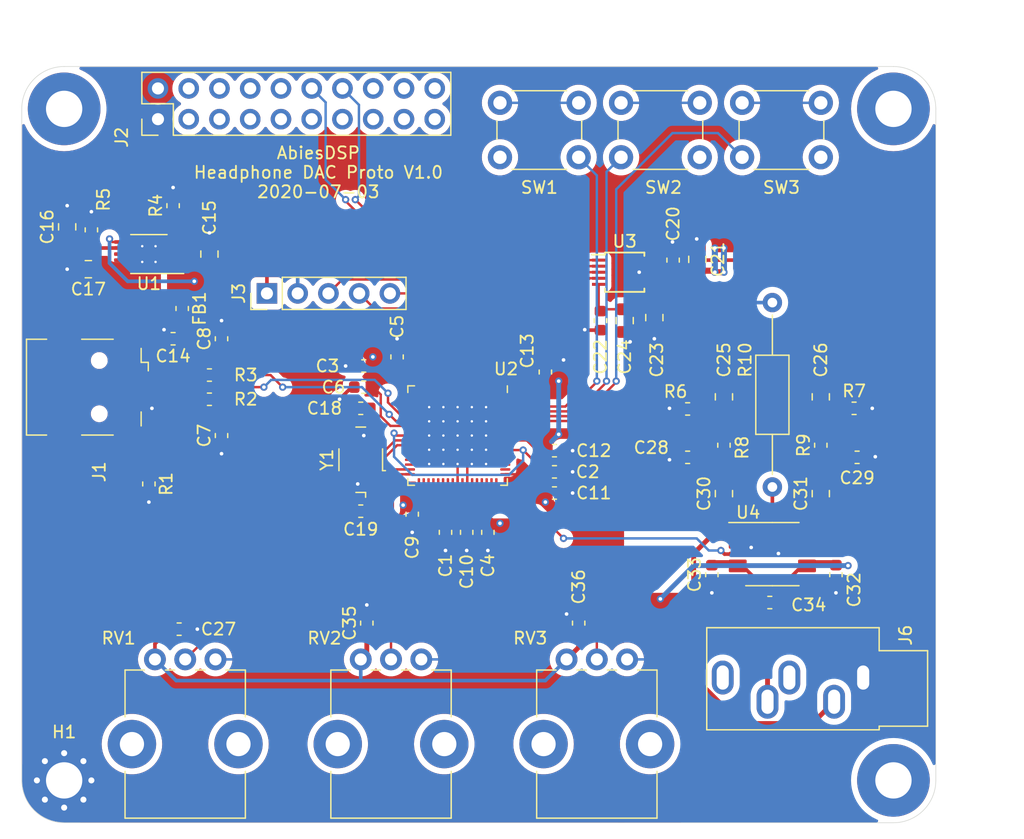
<source format=kicad_pcb>
(kicad_pcb (version 20221018) (generator pcbnew)
  (layers (0 "F.Cu" mixed) (31 "B.Cu" mixed) (35 "F.Paste" user) (37 "F.SilkS" user "F.Silkscreen") (38 "B.Mask" user) (39 "F.Mask" user) (44 "Edge.Cuts" user))
  (net 0 "")
  (net 1 "GND")
  (net 2 "/vcca")
  (net 3 "/vccd")
  (net 4 "+3V3")
  (net 5 "/usb_d+")
  (net 6 "/usb_d-")
  (net 7 "/usb_vbus")
  (net 8 "+5V")
  (net 9 "Net-(C16-Pad1)")
  (net 10 "/xo")
  (net 11 "/xi")
  (net 12 "Net-(C22-Pad1)")
  (net 13 "Net-(C23-Pad2)")
  (net 14 "Net-(C25-Pad2)")
  (net 15 "Net-(C25-Pad1)")
  (net 16 "Net-(C26-Pad2)")
  (net 17 "Net-(C26-Pad1)")
  (net 18 "/dac_l")
  (net 19 "/dac_r")
  (net 20 "Net-(C30-Pad1)")
  (net 21 "Net-(C31-Pad1)")
  (net 22 "Net-(C33-Pad2)")
  (net 23 "Net-(C34-Pad2)")
  (net 24 "Net-(C34-Pad1)")
  (net 25 "Net-(J1-Pad4)")
  (net 26 "Net-(J1-Pad3)")
  (net 27 "Net-(J1-Pad2)")
  (net 28 "Net-(J1-Pad6)")
  (net 29 "Net-(J2-Pad20)")
  (net 30 "Net-(J2-Pad19)")
  (net 31 "Net-(J2-Pad18)")
  (net 32 "Net-(J2-Pad17)")
  (net 33 "/bt_gp5")
  (net 34 "/bt_gp4")
  (net 35 "/bt_tx")
  (net 36 "/bt_cts")
  (net 37 "/bt_rx")
  (net 38 "/bt_rts")
  (net 39 "/bt_gp3")
  (net 40 "Net-(J2-Pad9)")
  (net 41 "/bt_gp2")
  (net 42 "/bt_rst")
  (net 43 "Net-(J2-Pad6)")
  (net 44 "/bt_gp7")
  (net 45 "Net-(J2-Pad4)")
  (net 46 "/bt_gp6")
  (net 47 "/xres")
  (net 48 "/i2s_mck")
  (net 49 "/i2s_lrck")
  (net 50 "/i2s_sck")
  (net 51 "Net-(J6-PadR)")
  (net 52 "Net-(J6-PadT)")
  (net 53 "Net-(R4-Pad1)")
  (net 54 "Net-(R10-Pad1)")
  (net 55 "/a0")
  (net 56 "/a1")
  (net 57 "/a2")
  (net 58 "Net-(U1-Pad4)")
  (net 59 "Net-(U2-Pad60)")
  (net 60 "Net-(U2-Pad56)")
  (net 61 "Net-(U2-Pad55)")
  (net 62 "Net-(U2-Pad54)")
  (net 63 "/i2s_sdo")
  (net 64 "/~{mute}")
  (net 65 "Net-(U2-Pad46)")
  (net 66 "Net-(U2-Pad41)")
  (net 67 "Net-(U2-Pad40)")
  (net 68 "Net-(U2-Pad39)")
  (net 69 "Net-(U2-Pad38)")
  (net 70 "Net-(U2-Pad32)")
  (net 71 "Net-(U2-Pad31)")
  (net 72 "Net-(U2-Pad30)")
  (net 73 "Net-(U2-Pad29)")
  (net 74 "Net-(U2-Pad21)")
  (net 75 "Net-(U2-Pad20)")
  (net 76 "Net-(U2-Pad19)")
  (net 77 "Net-(U2-Pad18)")
  (net 78 "Net-(U2-Pad16)")
  (net 79 "Net-(U2-Pad13)")
  (net 80 "Net-(U2-Pad6)")
  (net 81 "Net-(U4-Pad7)")
  (net 82 "Net-(H2-Pad1)")
  (net 83 "Net-(H3-Pad1)")
  (net 84 "Net-(H4-Pad1)")
  (net 85 "/sw1")
  (net 86 "/sw2")
  (net 87 "/sw3")
  (net 88 "Net-(U2-Pad53)")
  (net 89 "Net-(U2-Pad51)")
  (net 90 "Net-(U2-Pad50)")
  (net 91 "Net-(U2-Pad49)")
  (net 92 "Net-(U2-Pad48)")
  (net 93 "Net-(U4-Pad8)")
  (net 94 "/as")
  (net 95 "Net-(U2-Pad62)")
  (net 96 "Net-(U2-Pad61)")
  (net 97 "/swdio")
  (net 98 "/swdck")
  (net 99 "Net-(U2-Pad15)")
  (net 100 "Net-(U2-Pad14)")
  (footprint "Potentiometer_THT:Potentiometer_Bourns_PTV09A-1_Single_Vertical" (layer "F.Cu") (at 133.5 141.5 -90)
    (fp_text reference "RV3")
    (fp_text value "100k")
  )
  (footprint "Capacitor_SMD:C_0603_1608Metric" (layer "F.Cu") (at 123.5 131 -90)
    (fp_text reference "C1")
    (fp_text value "1uF")
  )
  (footprint "Capacitor_SMD:C_0603_1608Metric" (layer "F.Cu") (at 132.5 126)
    (fp_text reference "C2")
    (fp_text value "1uF")
  )
  (footprint "Capacitor_SMD:C_0603_1608Metric" (layer "F.Cu") (at 116.75 117.25 180)
    (fp_text reference "C3")
    (fp_text value "1uF")
  )
  (footprint "Capacitor_SMD:C_0603_1608Metric" (layer "F.Cu") (at 127 131 -90)
    (fp_text reference "C4")
    (fp_text value "1uF")
  )
  (footprint "Capacitor_SMD:C_0603_1608Metric" (layer "F.Cu") (at 119.5 116.5 90)
    (fp_text reference "C5")
    (fp_text value "0.1uF")
  )
  (footprint "Capacitor_SMD:C_0603_1608Metric" (layer "F.Cu") (at 116.75 119 180)
    (fp_text reference "C6")
    (fp_text value "0.1uF")
  )
  (footprint "Capacitor_SMD:C_0603_1608Metric" (layer "F.Cu") (at 105 115 90)
    (fp_text reference "C8")
    (fp_text value "15pF")
  )
  (footprint "Capacitor_SMD:C_0603_1608Metric" (layer "F.Cu") (at 120.75 129.5 -90)
    (fp_text reference "C9")
    (fp_text value "0.1uF")
  )
  (footprint "Capacitor_SMD:C_0603_1608Metric" (layer "F.Cu") (at 125.25 131 -90)
    (fp_text reference "C10")
    (fp_text value "0.1uF")
  )
  (footprint "Capacitor_SMD:C_0603_1608Metric" (layer "F.Cu") (at 132.5 127.75)
    (fp_text reference "C11")
    (fp_text value "0.1uF")
  )
  (footprint "Capacitor_SMD:C_0603_1608Metric" (layer "F.Cu") (at 132.5 124.25)
    (fp_text reference "C12")
    (fp_text value "0.1uF")
  )
  (footprint "Capacitor_SMD:C_0603_1608Metric" (layer "F.Cu") (at 101 115 180)
    (fp_text reference "C14")
    (fp_text value "0.1uF")
  )
  (footprint "Capacitor_SMD:C_0805_2012Metric" (layer "F.Cu") (at 104 108 90)
    (fp_text reference "C15")
    (fp_text value "4.7uF")
  )
  (footprint "Capacitor_SMD:C_0805_2012Metric" (layer "F.Cu") (at 92.25 105.75 90)
    (fp_text reference "C16")
    (fp_text value "4.7uF")
  )
  (footprint "Capacitor_SMD:C_0805_2012Metric" (layer "F.Cu") (at 94 109.25 180)
    (fp_text reference "C17")
    (fp_text value "4.7uF")
  )
  (footprint "Capacitor_SMD:C_0603_1608Metric" (layer "F.Cu") (at 116.5 120.75)
    (fp_text reference "C18")
    (fp_text value "15pF")
  )
  (footprint "Capacitor_SMD:C_0603_1608Metric" (layer "F.Cu") (at 116.5 129.25 180)
    (fp_text reference "C19")
    (fp_text value "15pF")
  )
  (footprint "Capacitor_SMD:C_0603_1608Metric" (layer "F.Cu") (at 142.3 108.5 90)
    (fp_text reference "C20")
    (fp_text value "0.1uF")
  )
  (footprint "Capacitor_SMD:C_0805_2012Metric" (layer "F.Cu") (at 144.3 108.4375 90)
    (fp_text reference "C21")
    (fp_text value "4.7uF")
  )
  (footprint "Capacitor_SMD:C_0603_1608Metric" (layer "F.Cu") (at 136.3 113.5 -90)
    (fp_text reference "C22")
    (fp_text value "0.1uF")
  )
  (footprint "Capacitor_SMD:C_0805_2012Metric" (layer "F.Cu") (at 140.75 113.25 90)
    (fp_text reference "C23")
    (fp_text value "10uF")
  )
  (footprint "Capacitor_SMD:C_0805_2012Metric" (layer "F.Cu") (at 138.3 113.5 -90)
    (fp_text reference "C24")
    (fp_text value "3.3uF")
  )
  (footprint "Capacitor_SMD:C_0805_2012Metric" (layer "F.Cu") (at 146.5 119.8 90)
    (fp_text reference "C25")
    (fp_text value "3.3uF")
  )
  (footprint "Capacitor_SMD:C_0805_2012Metric" (layer "F.Cu") (at 154.5 119.8 90)
    (fp_text reference "C26")
    (fp_text value "3.3uF")
  )
  (footprint "Capacitor_SMD:C_0603_1608Metric" (layer "F.Cu") (at 101.5 139)
    (fp_text reference "C27")
    (fp_text value "1uF")
  )
  (footprint "Capacitor_SMD:C_0603_1608Metric" (layer "F.Cu") (at 143.5 124.8)
    (fp_text reference "C28")
    (fp_text value "2.7nF")
  )
  (footprint "Capacitor_SMD:C_0805_2012Metric" (layer "F.Cu") (at 146.5 127.8 90)
    (fp_text reference "C30")
    (fp_text value "3.3uF")
  )
  (footprint "Capacitor_SMD:C_0805_2012Metric" (layer "F.Cu") (at 154.5 127.8 90)
    (fp_text reference "C31")
    (fp_text value "3.3uF")
  )
  (footprint "Capacitor_SMD:C_0603_1608Metric" (layer "F.Cu") (at 155.75 134.5 90)
    (fp_text reference "C32")
    (fp_text value "1uF")
  )
  (footprint "Capacitor_SMD:C_0603_1608Metric" (layer "F.Cu") (at 145.5 134.5 90)
    (fp_text reference "C33")
    (fp_text value "1uF")
  )
  (footprint "Capacitor_SMD:C_0603_1608Metric" (layer "F.Cu") (at 150.2875 136.8 180)
    (fp_text reference "C34")
    (fp_text value "1uF")
  )
  (footprint "Inductor_SMD:L_0603_1608Metric" (layer "F.Cu") (at 101.75 112.5 -90)
    (fp_text reference "FB1")
    (fp_text value "~")
  )
  (footprint "Connector_USB:USB_Mini-B_Wuerth_65100516121_Horizontal" (layer "F.Cu") (at 94.9 119 -90)
    (fp_text reference "J1")
    (fp_text value "USB_B_Mini")
  )
  (footprint "Connector_Audio:Jack_3.5mm_CUI_SJ1-3535NG_Horizontal" (layer "F.Cu") (at 158 143 -90)
    (fp_text reference "J6")
    (fp_text value "Headphones")
  )
  (footprint "Resistor_SMD:R_0603_1608Metric" (layer "F.Cu") (at 99 127 -90)
    (fp_text reference "R1")
    (fp_text value "R")
  )
  (footprint "Resistor_SMD:R_0603_1608Metric" (layer "F.Cu") (at 104 120 180)
    (fp_text reference "R2")
    (fp_text value "27")
  )
  (footprint "Resistor_SMD:R_0603_1608Metric" (layer "F.Cu") (at 104 118 180)
    (fp_text reference "R3")
    (fp_text value "27")
  )
  (footprint "Resistor_SMD:R_0603_1608Metric" (layer "F.Cu") (at 101 104 90)
    (fp_text reference "R4")
    (fp_text value "1k")
  )
  (footprint "Resistor_SMD:R_0603_1608Metric" (layer "F.Cu") (at 94.25 106 90)
    (fp_text reference "R5")
    (fp_text value "33.2k")
  )
  (footprint "Resistor_SMD:R_0603_1608Metric" (layer "F.Cu") (at 143.5 120.8)
    (fp_text reference "R6")
    (fp_text value "10k")
  )
  (footprint "Resistor_SMD:R_0603_1608Metric" (layer "F.Cu") (at 157.25 120.75)
    (fp_text reference "R7")
    (fp_text value "10k")
  )
  (footprint "Resistor_SMD:R_0603_1608Metric" (layer "F.Cu") (at 146.5 123.8 90)
    (fp_text reference "R8")
    (fp_text value "470")
  )
  (footprint "Resistor_SMD:R_0603_1608Metric" (layer "F.Cu") (at 154.5 123.8 90)
    (fp_text reference "R9")
    (fp_text value "470")
  )
  (footprint "Resistor_THT:R_Axial_DIN0207_L6.3mm_D2.5mm_P15.24mm_Horizontal" (layer "F.Cu") (at 150.5 127.25 90)
    (fp_text reference "R10")
    (fp_text value "82k")
  )
  (footprint "Potentiometer_THT:Potentiometer_Bourns_PTV09A-1_Single_Vertical" (layer "F.Cu") (at 99.5 141.5 -90)
    (fp_text reference "RV1")
    (fp_text value "100k")
  )
  (footprint "Potentiometer_THT:Potentiometer_Bourns_PTV09A-1_Single_Vertical" (layer "F.Cu") (at 116.5 141.5 -90)
    (fp_text reference "RV2")
    (fp_text value "100k")
  )
  (footprint "Button_Switch_THT:SW_PUSH_6mm_H13mm" (layer "F.Cu") (at 134.5 100 180)
    (fp_text reference "SW1")
    (fp_text value "~")
  )
  (footprint "Button_Switch_THT:SW_PUSH_6mm_H13mm" (layer "F.Cu") (at 138 95.5)
    (fp_text reference "SW2")
    (fp_text value "~")
  )
  (footprint "Package_SO:MSOP-10-1EP_3x3mm_P0.5mm_EP1.68x1.88mm_ThermalVias" (layer "F.Cu") (at 99 108 180)
    (fp_text reference "U1")
    (fp_text value "LT3042xMSE")
  )
  (footprint "Package_DFN_QFN:QFN-68-1EP_8x8mm_P0.4mm_EP5.2x5.2mm_ThermalVias" (layer "F.Cu") (at 124.5 123 -90)
    (fp_text reference "U2")
    (fp_text value "CY8C5888LTI-LP097")
  )
  (footprint "Package_SO:TSSOP-10_3x3mm_P0.5mm" (layer "F.Cu") (at 138.3 109.5)
    (fp_text reference "U3")
    (fp_text value "CS4344")
  )
  (footprint "Package_SO:TSSOP-14_4.4x5mm_P0.65mm" (layer "F.Cu") (at 150.5 132.8)
    (fp_text reference "U4")
    (fp_text value "TPA6139A2")
  )
  (footprint "Button_Switch_THT:SW_PUSH_6mm_H13mm" (layer "F.Cu") (at 154.5 100 180)
    (fp_text reference "SW3")
    (fp_text value "~")
  )
  (footprint "Capacitor_SMD:C_0603_1608Metric" (layer "F.Cu") (at 117 138.5 90)
    (fp_text reference "C35")
    (fp_text value "1uF")
  )
  (footprint "Capacitor_SMD:C_0603_1608Metric" (layer "F.Cu") (at 134.5 138.5 90)
    (fp_text reference "C36")
    (fp_text value "1uF")
  )
  (footprint "Crystal:Crystal_SMD_Abracon_ABM3B-4Pin_5.0x3.2mm" (layer "F.Cu") (at 116.5 125 90)
    (fp_text reference "Y1")
    (fp_text value "12.288MHz")
  )
  (footprint "MountingHole:MountingHole_3mm_Pad" (layer "F.Cu") (at 92 96)
    (fp_text reference "H2" hide)
    (fp_text value "~")
  )
  (footprint "MountingHole:MountingHole_3mm_Pad" (layer "F.Cu") (at 160.5 96)
    (fp_text reference "H3" hide)
    (fp_text value "~")
  )
  (footprint "MountingHole:MountingHole_3mm_Pad" (layer "F.Cu") (at 160.5 151.5)
    (fp_text reference "H4" hide)
    (fp_text value "~")
  )
  (footprint "MountingHole:MountingHole_3mm_Pad_Via" (layer "F.Cu") (at 92 151.5)
    (fp_text reference "H1")
    (fp_text value "~")
  )
  (footprint "Capacitor_SMD:C_0603_1608Metric" (layer "F.Cu") (at 105 123 90)
    (fp_text reference "C7")
    (fp_text value "15pF")
  )
  (footprint "Capacitor_SMD:C_0603_1608Metric" (layer "F.Cu") (at 131.75 117.75 90)
    (fp_text reference "C13")
    (fp_text value "0.1uF")
  )
  (footprint "Capacitor_SMD:C_0603_1608Metric" (layer "F.Cu") (at 157.5 124.8)
    (fp_text reference "C29")
    (fp_text value "2.7nF")
  )
  (footprint "Connector_PinHeader_2.54mm:PinHeader_2x10_P2.54mm_Vertical" (layer "F.Cu") (at 99.75 96.85 90)
    (fp_text reference "J2")
    (fp_text value "Bluetooth")
  )
  (footprint "Connector_PinHeader_2.54mm:PinHeader_1x05_P2.54mm_Vertical" (layer "F.Cu") (at 108.75 111.25 90)
    (fp_text reference "J3")
    (fp_text value "Conn_01x05_Male")
  )
  (footprint "Fiducial:Fiducial_0.5mm_Mask1.5mm" (layer "F.Cu") (at 93 139.75)
    (fp_text reference "FID1" hide)
    (fp_text value "~")
  )
  (footprint "Fiducial:Fiducial_0.5mm_Mask1.5mm" (layer "F.Cu") (at 159 131.5)
    (fp_text reference "FID2" hide)
    (fp_text value "~")
  )
  (footprint "Fiducial:Fiducial_0.5mm_Mask1.5mm" (layer "F.Cu") (at 127.5 102.75)
    (fp_text reference "FID3" hide)
    (fp_text value "~")
  )
  (gr_line (start 88.5 151.5) (end 88.5 96) (stroke (width 0.05)) (layer "Edge.Cuts"))
  (gr_arc (start 164 151.5) (mid 162.974874 153.974874) (end 160.5 155) (stroke (width 0.05)) (layer "Edge.Cuts"))
  (gr_line (start 92 92.5) (end 160.5 92.5) (stroke (width 0.05)) (layer "Edge.Cuts"))
  (gr_line (start 160.5 155) (end 92 155) (stroke (width 0.05)) (layer "Edge.Cuts"))
  (gr_arc (start 88.5 96) (mid 89.525126 93.525126) (end 92 92.5) (stroke (width 0.05)) (layer "Edge.Cuts"))
  (gr_arc (start 160.5 92.5) (mid 162.974874 93.525126) (end 164 96) (stroke (width 0.05)) (layer "Edge.Cuts"))
  (gr_arc (start 92 155) (mid 89.525126 153.974874) (end 88.5 151.5) (stroke (width 0.05)) (layer "Edge.Cuts"))
  (gr_line (start 164 96) (end 164 151.5) (stroke (width 0.05)) (layer "Edge.Cuts"))
  (gr_text "AbiesDSP\nHeadphone DAC Proto V1.0\n2020-07-03" (at 113 101.25) (layer "F.SilkS") (effects (font (size 1 1))))
  (segment (start 153.3625 132.8) (end 151.05 132.8) (width 0.3) (layer "F.Cu") (net 1))
  (segment (start 96.85 108) (end 99 108) (width 0.3) (layer "F.Cu") (net 1))
  (segment (start 147.6375 132.15) (end 148.65 132.15) (width 0.3) (layer "F.Cu") (net 1))
  (segment (start 115.7125 129.25) (end 115.7125 127.4125) (width 0.2) (layer "F.Cu") (net 1))
  (segment (start 131.75 116.9625) (end 133.0375 116.9625) (width 0.3) (layer "F.Cu") (net 1))
  (segment (start 158.2875 124.8) (end 158.95 124.8) (width 0.3) (layer "F.Cu") (net 1))
  (segment (start 158.95 124.8) (end 159 124.75) (width 0.3) (layer "F.Cu") (net 1))
  (segment (start 142.3 107.7125) (end 142.3 107.05) (width 0.3) (layer "F.Cu") (net 1))
  (segment (start 145.5 135.2875) (end 145.5 136) (width 0.3) (layer "F.Cu") (net 1))
  (segment (start 99.1 120.6) (end 99.25 120.75) (width 0.3) (layer "F.Cu") (net 1))
  (segment (start 136.3 114.2875) (end 135.0375 114.2875) (width 0.3) (layer "F.Cu") (net 1))
  (segment (start 140.75 114.1875) (end 140.75 115) (width 0.3) (layer "F.Cu") (net 1))
  (segment (start 133.2875 124.25) (end 134 124.25) (width 0.3) (layer "F.Cu") (net 1))
  (segment (start 120.75 130.2875) (end 120.75 131) (width 0.3) (layer "F.Cu") (net 1))
  (segment (start 117.2875 120.75) (end 117.2875 122.5875) (width 0.2) (layer "F.Cu") (net 1))
  (segment (start 136.3 114.2875) (end 136.1125 114.2875) (width 0.3) (layer "F.Cu") (net 1))
  (segment (start 101 103.2125) (end 101 102.5) (width 0.3) (layer "F.Cu") (net 1))
  (segment (start 138.3 114.4375) (end 138.3 114.8) (width 0.3) (layer "F.Cu") (net 1))
  (segment (start 138.3 114.8) (end 138.75 115.25) (width 0.3) (layer "F.Cu") (net 1))
  (segment (start 125.25 131.7875) (end 125.25 132.5) (width 0.3) (layer "F.Cu") (net 1))
  (segment (start 133.5375 137.7125) (end 133.5 137.75) (width 0.2) (layer "F.Cu") (net 1))
  (segment (start 115.9625 117.25) (end 115.25 117.25) (width 0.3) (layer "F.Cu") (net 1))
  (segment (start 117.2875 122.5875) (end 117.7 123) (width 0.2) (layer "F.Cu") (net 1))
  (segment (start 133.2875 127.75) (end 134 127.75) (width 0.3) (layer "F.Cu") (net 1))
  (segment (start 93.0625 109.25) (end 92.25 109.25) (width 0.3) (layer "F.Cu") (net 1))
  (segment (start 115.3 127) (end 116.25 127) (width 0.3) (layer "F.Cu") (net 1))
  (segment (start 142.7125 124.8) (end 142.2 124.8) (width 0.3) (layer "F.Cu") (net 1))
  (segment (start 104 107.0625) (end 104 106.25) (width 0.3) (layer "F.Cu") (net 1))
  (segment (start 126.1 119.0625) (end 126.1 121.4) (width 0.2) (layer "F.Cu") (net 1))
  (segment (start 117.7 123) (end 116.75 123) (width 0.3) (layer "F.Cu") (net 1))
  (segment (start 124.5 119.0625) (end 124.5 120.65) (width 0.2) (layer "F.Cu") (net 1))
  (segment (start 126.1 121.4) (end 124.5 123) (width 0.2) (layer "F.Cu") (net 1))
  (segment (start 125.3 123.8) (end 124.5 123) (width 0.2) (layer "F.Cu") (net 1))
  (segment (start 94.25 105.2125) (end 94.25 104.5) (width 0.3) (layer "F.Cu") (net 1))
  (segment (start 120.5625 122.6) (end 124.1 122.6) (width 0.2) (layer "F.Cu") (net 1))
  (segment (start 124.1 122.6) (end 124.5 123) (width 0.2) (layer "F.Cu") (net 1))
  (segment (start 124.9 122.6) (end 124.5 123) (width 0.2) (layer "F.Cu") (net 1))
  (segment (start 105 123.7875) (end 105 124.5) (width 0.2) (layer "F.Cu") (net 1))
  (segment (start 142.7125 120.8) (end 142.05 120.8) (width 0.3) (layer "F.Cu") (net 1))
  (segment (start 100.2125 114.2875) (end 100.25 114.25) (width 0.3) (layer "F.Cu") (net 1))
  (segment (start 133.0375 116.9625) (end 133.25 116.75) (width 0.3) (layer "F.Cu") (net 1))
  (segment (start 135.0375 114.2875) (end 135 114.25) (width 0.3) (layer "F.Cu") (net 1))
  (segment (start 155.75 135.2875) (end 155.75 136) (width 0.3) (layer "F.Cu") (net 1))
  (segment (start 151.05 132.8) (end 151 132.75) (width 0.3) (layer "F.Cu") (net 1))
  (segment (start 142.3 107.05) (end 142.25 107) (width 0.3) (layer "F.Cu") (net 1))
  (segment (start 127 131.7875) (end 127 132.5) (width 0.3) (layer "F.Cu") (net 1))
  (segment (start 124.5 126.9375) (end 124.5 123) (width 0.2) (layer "F.Cu") (net 1))
  (segment (start 119.5 115.7125) (end 119.5 115) (width 0.3) (layer "F.Cu") (net 1))
  (segment (start 148.65 132.15) (end 148.75 132.25) (width 0.3) (layer "F.Cu") (net 1))
  (segment (start 142.05 120.8) (end 142 120.75) (width 0.3) (layer "F.Cu") (net 1))
  (segment (start 125.3 122.2) (end 124.5 123) (width 0.2) (layer "F.Cu") (net 1))
  (segment (start 128.4375 123.8) (end 125.3 123.8) (width 0.2) (layer "F.Cu") (net 1))
  (segment (start 102.2875 139) (end 103 139) (width 0.3) (layer "F.Cu") (net 1))
  (segment (start 99 127.7875) (end 99 128.5) (width 0.2) (layer "F.Cu") (net 1))
  (segment (start 115.9625 119) (end 115.75 119) (width 0.3) (layer "F.Cu") (net 1))
  (segment (start 140.45 109.5) (end 139.5 109.5) (width 0.3) (layer "F.Cu") (net 1))
  (segment (start 125.3 119.0625) (end 125.3 122.2) (width 0.2) (layer "F.Cu") (net 1))
  (segment (start 115.75 119) (end 114.75 120) (width 0.3) (layer "F.Cu") (net 1))
  (segment (start 100.2125 115) (end 100.2125 114.2875) (width 0.3) (layer "F.Cu") (net 1))
  (segment (start 158.0375 120.75) (end 158.75 120.75) (width 0.3) (layer "F.Cu") (net 1))
  (segment (start 133.2875 126) (end 134 126) (width 0.3) (layer "F.Cu") (net 1))
  (segment (start 142.2 124.8) (end 142 125) (width 0.3) (layer "F.Cu") (net 1))
  (segment (start 124.9 119.0625) (end 124.9 122.6) (width 0.2) (layer "F.Cu") (net 1))
  (segment (start 134.5 137.7125) (end 133.5375 137.7125) (width 0.2) (layer "F.Cu") (net 1))
  (segment (start 125.3 126.9375) (end 125.3 123.8) (width 0.2) (layer "F.Cu") (net 1))
  (segment (start 92.25 104.8125) (end 92.25 104) (width 0.3) (layer "F.Cu") (net 1))
  (segment (start 97.5 120.6) (end 99.1 120.6) (width 0.3) (layer "F.Cu") (net 1))
  (segment (start 115.7125 127.4125) (end 115.3 127) (width 0.2) (layer "F.Cu") (net 1))
  (segment (start 144.3 107.5) (end 144.3 106.8) (width 0.3) (layer "F.Cu") (net 1))
  (segment (start 117 137.7125) (end 117 137) (width 0.3) (layer "F.Cu") (net 1))
  (segment (start 123.5 131.7875) (end 123.5 132.5) (width 0.3) (layer "F.Cu") (net 1))
  (segment (start 144.3 106.8) (end 144.25 106.75) (width 0.3) (layer "F.Cu") (net 1))
  (segment (start 105 114.2125) (end 105 113.5) (width 0.2) (layer "F.Cu") (net 1))
  (via (at 133.5 137.75) (size 0.6) (drill 0.3) (layers "F.Cu" "B.Cu") (net 1))
  (via (at 135 114.25) (size 0.6) (drill 0.3) (layers "F.Cu" "B.Cu") (net 1))
  (via (at 103 139) (size 0.6) (drill 0.3) (layers "F.Cu" "B.Cu") (net 1))
  (via (at 142 120.75) (size 0.6) (drill 0.3) (layers "F.Cu" "B.Cu") (net 1))
  (via (at 138.75 115.25) (size 0.6) (drill 0.3) (layers "F.Cu" "B.Cu") (net 1))
  (via (at 92.25 109.25) (size 0.6) (drill 0.3) (layers "F.Cu" "B.Cu") (net 1))
  (via (at 140.75 115) (size 0.6) (drill 0.3) (layers "F.Cu" "B.Cu") (net 1))
  (via (at 148.75 132.25) (size 0.6) (drill 0.3) (layers "F.Cu" "B.Cu") (net 1))
  (via (at 101 102.5) (size 0.6) (drill 0.3) (layers "F.Cu" "B.Cu") (net 1))
  (via (at 92.25 104) (size 0.6) (drill 0.3) (layers "F.Cu" "B.Cu") (net 1))
  (via (at 134 126) (size 0.6) (drill 0.3) (layers "F.Cu" "B.Cu") (net 1))
  (via (at 114.75 120) (size 0.6) (drill 0.3) (layers "F.Cu" "B.Cu") (net 1))
  (via (at 139.5 109.5) (size 0.6) (drill 0.3) (layers "F.Cu" "B.Cu") (net 1))
  (via (at 145.5 136) (size 0.6) (drill 0.3) (layers "F.Cu" "B.Cu") (net 1))
  (via (at 125.25 132.5) (size 0.6) (drill 0.3) (layers "F.Cu" "B.Cu") (net 1))
  (via (at 115.25 117.25) (size 0.6) (drill 0.3) (layers "F.Cu" "B.Cu") (net 1))
  (via (at 158.75 120.75) (size 0.6) (drill 0.3) (layers "F.Cu" "B.Cu") (net 1))
  (via (at 120.75 131) (size 0.6) (drill 0.3) (layers "F.Cu" "B.Cu") (net 1))
  (via (at 151 132.75) (size 0.6) (drill 0.3) (layers "F.Cu" "B.Cu") (net 1))
  (via (at 134 124.25) (size 0.6) (drill 0.3) (layers "F.Cu" "B.Cu") (net 1))
  (via (at 142.25 107) (size 0.6) (drill 0.3) (layers "F.Cu" "B.Cu") (net 1))
  (via (at 123.5 132.5) (size 0.6) (drill 0.3) (layers "F.Cu" "B.Cu") (net 1))
  (via (at 100.25 114.25) (size 0.6) (drill 0.3) (layers "F.Cu" "B.Cu") (net 1))
  (via (at 105 124.5) (size 0.6) (drill 0.3) (layers "F.Cu" "B.Cu") (net 1))
  (via (at 116.25 127) (size 0.6) (drill 0.3) (layers "F.Cu" "B.Cu") (net 1))
  (via (at 127 132.5) (size 0.6) (drill 0.3) (layers "F.Cu" "B.Cu") (net 1))
  (via (at 105 113.5) (size 0.6) (drill 0.3) (layers "F.Cu" "B.Cu") (net 1))
  (via (at 159 124.75) (size 0.6) (drill 0.3) (layers "F.Cu" "B.Cu") (net 1))
  (via (at 116.75 123) (size 0.6) (drill 0.3) (layers "F.Cu" "B.Cu") (net 1))
  (via (at 104 106.25) (size 0.6) (drill 0.3) (layers "F.Cu" "B.Cu") (net 1))
  (via (at 119.5 115) (size 0.6) (drill 0.3) (layers "F.Cu" "B.Cu") (net 1))
  (via (at 99 128.5) (size 0.6) (drill 0.3) (layers "F.Cu" "B.Cu") (net 1))
  (via (at 99.25 120.75) (size 0.6) (drill 0.3) (layers "F.Cu" "B.Cu") (net 1))
  (via (at 142 125) (size 0.6) (drill 0.3) (layers "F.Cu" "B.Cu") (net 1))
  (via (at 94.25 104.5) (size 0.6) (drill 0.3) (layers "F.Cu" "B.Cu") (net 1))
  (via (at 144.25 106.75) (size 0.6) (drill 0.3) (layers "F.Cu" "B.Cu") (net 1))
  (via (at 133.25 116.75) (size 0.6) (drill 0.3) (layers "F.Cu" "B.Cu") (net 1))
  (via (at 117 137) (size 0.6) (drill 0.3) (layers "F.Cu" "B.Cu") (net 1))
  (via (at 134 127.75) (size 0.6) (drill 0.3) (layers "F.Cu" "B.Cu") (net 1))
  (via (at 155.75 136) (size 0.6) (drill 0.3) (layers "F.Cu" "B.Cu") (net 1))
  (segment (start 138.5 141.5) (end 140.5 141.5) (width 0.2) (layer "B.Cu") (net 1))
  (segment (start 128 95.5) (end 131.5 95.5) (width 0.2) (layer "B.Cu") (net 1))
  (segment (start 131.5 95.5) (end 134.5 95.5) (width 0.2) (layer "B.Cu") (net 1))
  (segment (start 104.5 141.5) (end 106.25 141.5) (width 0.2) (layer "B.Cu") (net 1))
  (segment (start 150.5 112.01) (end 147.297998 112.01) (width 0.3) (layer "B.Cu") (net 1))
  (segment (start 111.29 111.25) (end 111.29 109.54) (width 0.3) (layer "B.Cu") (net 1))
  (segment (start 141.25 95.5) (end 138 95.5) (width 0.2) (layer "B.Cu") (net 1))
  (segment (start 151.25 95.5) (end 154.5 95.5) (width 0.2) (layer "B.Cu") (net 1))
  (segment (start 121.5 141.5) (end 123.25 141.5) (width 0.2) (layer "B.Cu") (net 1))
  (segment (start 144.5 95.5) (end 141.25 95.5) (width 0.2) (layer "B.Cu") (net 1))
  (segment (start 148 95.5) (end 151.25 95.5) (width 0.2) (layer "B.Cu") (net 1))
  (segment (start 124.1 126.9375) (end 124.1 129.6125) (width 0.2) (layer "F.Cu") (net 2))
  (segment (start 124.1 129.6125) (end 123.5 130.2125) (width 0.2) (layer "F.Cu") (net 2))
  (segment (start 129.9125 124.2) (end 131.7125 126) (width 0.2) (layer "F.Cu") (net 3))
  (segment (start 119.45 123) (end 119.25 122.8) (width 0.2) (layer "F.Cu") (net 3))
  (segment (start 128.4375 124.2) (end 129.9125 124.2) (width 0.2) (layer "F.Cu") (net 3))
  (segment (start 120.5625 123) (end 119.45 123) (width 0.2) (layer "F.Cu") (net 3))
  (via (at 119.25 122.8) (size 0.6) (drill 0.3) (layers "F.Cu" "B.Cu") (net 3))
  (via (at 129.9125 124.2) (size 0.6) (drill 0.3) (layers "F.Cu" "B.Cu") (net 3))
  (segment (start 119.25 122.8) (end 119.25 124.75) (width 0.2) (layer "B.Cu") (net 3))
  (segment (start 120.75 126.25) (end 128.75 126.25) (width 0.2) (layer "B.Cu") (net 3))
  (segment (start 119.25 124.75) (end 120.75 126.25) (width 0.2) (layer "B.Cu") (net 3))
  (segment (start 128.75 126.25) (end 129.9125 125.0875) (width 0.2) (layer "B.Cu") (net 3))
  (segment (start 129.9125 125.0875) (end 129.9125 124.2) (width 0.2) (layer "B.Cu") (net 3))
  (segment (start 128.4375 120.2) (end 130.0875 120.2) (width 0.2) (layer "F.Cu") (net 4))
  (segment (start 127.9625 130.2125) (end 128 130.25) (width 0.2) (layer "F.Cu") (net 4))
  (segment (start 130.0875 120.2) (end 131.75 118.5375) (width 0.2) (layer "F.Cu") (net 4))
  (segment (start 156.7125 133.7125) (end 156.75 133.75) (width 0.3) (layer "F.Cu") (net 4))
  (segment (start 121.3 118.05) (end 121.3 119.0625) (width 0.2) (layer "F.Cu") (net 4))
  (segment (start 118.95 122.2) (end 118.149998 121.399998) (width 0.2) (layer "F.Cu") (net 4))
  (segment (start 140.45 109) (end 142.0125 109) (width 0.3) (layer "F.Cu") (net 4))
  (segment (start 155.4875 133.45) (end 155.75 133.7125) (width 0.3) (layer "F.Cu") (net 4))
  (segment (start 127 130.2125) (end 127.9625 130.2125) (width 0.2) (layer "F.Cu") (net 4))
  (segment (start 131.061995 124.25) (end 131.7125 124.25) (width 0.2) (layer "F.Cu") (net 4))
  (segment (start 96.85 109) (end 95.1875 109) (width 0.3) (layer "F.Cu") (net 4))
  (segment (start 131.7125 124.25) (end 131.7125 124.0375) (width 0.3) (layer "F.Cu") (net 4))
  (segment (start 155.75 133.7125) (end 156.7125 133.7125) (width 0.3) (layer "F.Cu") (net 4))
  (segment (start 117.5375 116.5375) (end 117.5 116.5) (width 0.2) (layer "F.Cu") (net 4))
  (segment (start 120.0375 128.7125) (end 120 128.75) (width 0.2) (layer "F.Cu") (net 4))
  (segment (start 124.9 129.8625) (end 125.25 130.2125) (width 0.2) (layer "F.Cu") (net 4))
  (segment (start 142.0125 109) (end 142.3 109.2875) (width 0.3) (layer "F.Cu") (net 4))
  (segment (start 145.625 109.375) (end 145.75 109.5) (width 0.5) (layer "F.Cu") (net 4))
  (segment (start 117.5375 117.25) (end 117.5375 116.5375) (width 0.2) (layer "F.Cu") (net 4))
  (segment (start 128.4375 123.4) (end 130.211995 123.4) (width 0.2) (layer "F.Cu") (net 4))
  (segment (start 131.7125 124.0375) (end 132.25 123.5) (width 0.2) (layer "F.Cu") (net 4))
  (segment (start 119.4625 117.25) (end 119.5 117.2875) (width 0.2) (layer "F.Cu") (net 4))
  (segment (start 108.75 111.25) (end 108.75 109.5) (width 0.3) (layer "F.Cu") (net 4))
  (segment (start 124.9 126.9375) (end 124.9 129.8625) (width 0.2) (layer "F.Cu") (net 4))
  (segment (start 144.3 109.375) (end 145.625 109.375) (width 0.5) (layer "F.Cu") (net 4))
  (segment (start 144.2125 109.2875) (end 144.3 109.375) (width 0.3) (layer "F.Cu") (net 4))
  (segment (start 145.75 109.5) (end 146.5 109.5) (width 0.5) (layer "F.Cu") (net 4))
  (segment (start 131.7125 127.75) (end 131.7125 128.4625) (width 0.2) (layer "F.Cu") (net 4))
  (segment (start 118.149998 121.399998) (end 118.149998 119.612498) (width 0.2) (layer "F.Cu") (net 4))
  (segment (start 117.5375 117.25) (end 119.4625 117.25) (width 0.2) (layer "F.Cu") (net 4))
  (segment (start 153.3625 133.45) (end 155.4875 133.45) (width 0.3) (layer "F.Cu") (net 4))
  (segment (start 131.7125 124.0375) (end 132.85001 122.89999) (width 0.3) (layer "F.Cu") (net 4))
  (segment (start 120.75 128.7125) (end 120.0375 128.7125) (width 0.2) (layer "F.Cu") (net 4))
  (segment (start 128.4375 126.2) (end 130.1625 126.2) (width 0.2) (layer "F.Cu") (net 4))
  (segment (start 118.149998 119.612498) (end 117.5375 119) (width 0.2) (layer "F.Cu") (net 4))
  (segment (start 130.1625 126.2) (end 131.7125 127.75) (width 0.2) (layer "F.Cu") (net 4))
  (segment (start 120.5375 117.2875) (end 121.3 118.05) (width 0.2) (layer "F.Cu") (net 4))
  (segment (start 132.81251 118.5375) (end 132.85001 118.5) (width 0.2) (layer "F.Cu") (net 4))
  (segment (start 120.5625 122.2) (end 118.95 122.2) (width 0.2) (layer "F.Cu") (net 4))
  (segment (start 131.75 118.5375) (end 132.81251 118.5375) (width 0.2) (layer "F.Cu") (net 4))
  (segment (start 131.7125 128.4625) (end 131.75 128.5) (width 0.2) (layer "F.Cu") (net 4))
  (segment (start 96.85 109) (end 96.85 108.5) (width 0.3) (layer "F.Cu") (net 4))
  (segment (start 142.3 109.2875) (end 144.2125 109.2875) (width 0.3) (layer "F.Cu") (net 4))
  (segment (start 95.1875 109) (end 94.9375 109.25) (width 0.3) (layer "F.Cu") (net 4))
  (segment (start 121.3 128.1625) (end 120.75 128.7125) (width 0.2) (layer "F.Cu") (net 4))
  (segment (start 125.25 130.2125) (end 127 130.2125) (width 0.2) (layer "F.Cu") (net 4))
  (segment (start 130.211995 123.4) (end 131.061995 124.25) (width 0.2) (layer "F.Cu") (net 4))
  (segment (start 119.5 117.2875) (end 120.5375 117.2875) (width 0.2) (layer "F.Cu") (net 4))
  (segment (start 117.5375 117.25) (end 117.5375 119) (width 0.2) (layer "F.Cu") (net 4))
  (segment (start 121.3 126.9375) (end 121.3 128.1625) (width 0.2) (layer "F.Cu") (net 4))
  (via (at 156.75 133.75) (size 0.6) (drill 0.3) (layers "F.Cu" "B.Cu") (net 4))
  (via (at 141.25 136.5) (size 0.6) (drill 0.3) (layers "F.Cu" "B.Cu") (net 4))
  (via (at 117.5 116.5) (size 0.6) (drill 0.3) (layers "F.Cu" "B.Cu") (net 4))
  (via (at 128 130.25) (size 0.6) (drill 0.3) (layers "F.Cu" "B.Cu") (net 4))
  (via (at 146.5 107.5) (size 0.6) (drill 0.3) (layers "F.Cu" "B.Cu") (net 4))
  (via (at 145.75 107.5) (size 0.6) (drill 0.3) (layers "F.Cu" "B.Cu") (net 4))
  (via (at 120 128.75) (size 0.6) (drill 0.3) (layers "F.Cu" "B.Cu") (net 4))
  (via (at 131.75 128.5) (size 0.6) (drill 0.3) (layers "F.Cu" "B.Cu") (net 4))
  (via (at 132.85001 118.5) (size 0.6) (drill 0.3) (layers "F.Cu" "B.Cu") (net 4))
  (via (at 145.75 109.5) (size 0.6) (drill 0.3) (layers "F.Cu" "B.Cu") (net 4))
  (via (at 146.5 109.5) (size 0.6) (drill 0.3) (layers "F.Cu" "B.Cu") (net 4))
  (via (at 132.85001 122.89999) (size 0.6) (drill 0.3) (layers "F.Cu" "B.Cu") (net 4))
  (segment (start 145.75 109.5) (end 145.75 107.5) (width 0.5) (layer "B.Cu") (net 4))
  (segment (start 146.5 109.5) (end 146.5 107.5) (width 0.5) (layer "B.Cu") (net 4))
  (segment (start 132.85001 122.89999) (end 132.85001 118.5) (width 0.4) (layer "B.Cu") (net 4))
  (segment (start 144 133.75) (end 141.25 136.5) (width 0.4) (layer "B.Cu") (net 4))
  (segment (start 132.25 123.5) (end 132.85001 122.89999) (width 0.4) (layer "B.Cu") (net 4))
  (segment (start 156.75 133.75) (end 144 133.75) (width 0.4) (layer "B.Cu") (net 4))
  (segment (start 118.75 120.261998) (end 118.75 119.5) (width 0.2) (layer "F.Cu") (net 5))
  (segment (start 120.5625 121.4) (end 119.888002 121.4) (width 0.2) (layer "F.Cu") (net 5))
  (segment (start 108.5 119) (end 105.7875 119) (width 0.2) (layer "F.Cu") (net 5))
  (segment (start 105 122.2125) (end 105 120.2125) (width 0.2) (layer "F.Cu") (net 5))
  (segment (start 105 120.2125) (end 104.7875 120) (width 0.2) (layer "F.Cu") (net 5))
  (segment (start 119.888002 121.4) (end 118.75 120.261998) (width 0.2) (layer "F.Cu") (net 5))
  (segment (start 105.7875 119) (end 104.7875 120) (width 0.2) (layer "F.Cu") (net 5))
  (via (at 118.75 119.5) (size 0.6) (drill 0.3) (layers "F.Cu" "B.Cu") (net 5))
  (via (at 108.5 119) (size 0.6) (drill 0.3) (layers "F.Cu" "B.Cu") (net 5))
  (segment (start 117.649999 118.399999) (end 109.100001 118.399999) (width 0.2) (layer "B.Cu") (net 5))
  (segment (start 118.75 119.5) (end 117.649999 118.399999) (width 0.2) (layer "B.Cu") (net 5))
  (segment (start 109.100001 118.399999) (end 108.5 119) (width 0.2) (layer "B.Cu") (net 5))
  (segment (start 120.5625 121.8) (end 119.4 121.8) (width 0.2) (layer "F.Cu") (net 6))
  (segment (start 105 117.7875) (end 104.7875 118) (width 0.2) (layer "F.Cu") (net 6))
  (segment (start 110.050013 119) (end 109.050013 118) (width 0.2) (layer "F.Cu") (net 6))
  (segment (start 119.4 121.8) (end 118.85 121.25) (width 0.2) (layer "F.Cu") (net 6))
  (segment (start 109.050013 118) (end 104.7875 118) (width 0.2) (layer "F.Cu") (net 6))
  (segment (start 105 115.7875) (end 105 117.7875) (width 0.2) (layer "F.Cu") (net 6))
  (via (at 118.85 121.25) (size 0.6) (drill 0.3) (layers "F.Cu" "B.Cu") (net 6))
  (via (at 110.050013 119) (size 0.6) (drill 0.3) (layers "F.Cu" "B.Cu") (net 6))
  (segment (start 118.85 121.25) (end 116.6 119) (width 0.2) (layer "B.Cu") (net 6))
  (segment (start 116.6 119) (end 110.050013 119) (width 0.2) (layer "B.Cu") (net 6))
  (segment (start 101.7875 115) (end 101.7875 113.325) (width 0.5) (layer "F.Cu") (net 7))
  (segment (start 97.5 117.4) (end 100.6 117.4) (width 0.5) (layer "F.Cu") (net 7))
  (segment (start 101.7875 116.2125) (end 101.7875 115) (width 0.5) (layer "F.Cu") (net 7))
  (segment (start 101.7875 113.325) (end 101.75 113.2875) (width 0.5) (layer "F.Cu") (net 7))
  (segment (start 100.6 117.4) (end 101.7875 116.2125) (width 0.5) (layer "F.Cu") (net 7))
  (segment (start 96.85 107) (end 96 107) (width 0.2) (layer "F.Cu") (net 8))
  (segment (start 96 107) (end 95.75 106.75) (width 0.2) (layer "F.Cu") (net 8))
  (segment (start 101.15 108) (end 101.15 108.5) (width 0.3) (layer "F.Cu") (net 8))
  (via (at 95.75 106.75) (size 0.6) (drill 0.3) (layers "F.Cu" "B.Cu") (net 8))
  (via (at 102.75 110.25) (size 0.6) (drill 0.3) (layers "F.Cu" "B.Cu") (net 8))
  (segment (start 97.25 110.25) (end 102.75 110.25) (width 0.3) (layer "B.Cu") (net 8))
  (segment (start 95.75 108.75) (end 97.25 110.25) (width 0.3) (layer "B.Cu") (net 8))
  (segment (start 95.75 106.75) (end 95.75 108.75) (width 0.3) (layer "B.Cu") (net 8))
  (segment (start 92.35 106.7875) (end 92.25 106.6875) (width 0.3) (layer "F.Cu") (net 9))
  (segment (start 96.85 107.5) (end 94.9625 107.5) (width 0.3) (layer "F.Cu") (net 9))
  (segment (start 94.25 106.7875) (end 92.35 106.7875) (width 0.3) (layer "F.Cu") (net 9))
  (segment (start 94.9625 107.5) (end 94.25 106.7875) (width 0.3) (layer "F.Cu") (net 9))
  (segment (start 115.7125 120.75) (end 115.7125 122.5875) (width 0.2) (layer "F.Cu") (net 10))
  (segment (start 118.540001 124.200001) (end 116.500001 124.200001) (width 0.2) (layer "F.Cu") (net 10))
  (segment (start 115.7125 122.5875) (end 115.3 123) (width 0.2) (layer "F.Cu") (net 10))
  (segment (start 119.340002 123.4) (end 118.540001 124.200001) (width 0.2) (layer "F.Cu") (net 10))
  (segment (start 116.500001 124.200001) (end 115.3 123) (width 0.2) (layer "F.Cu") (net 10))
  (segment (start 120.5625 123.4) (end 119.340002 123.4) (width 0.2) (layer "F.Cu") (net 10))
  (segment (start 117.7 127) (end 117.7 128.8375) (width 0.2) (layer "F.Cu") (net 11))
  (segment (start 119.5057 123.8) (end 117.7 125.6057) (width 0.2) (layer "F.Cu") (net 11))
  (segment (start 120.5625 123.8) (end 119.5057 123.8) (width 0.2) (layer "F.Cu") (net 11))
  (segment (start 117.7 125.6057) (end 117.7 127) (width 0.2) (layer "F.Cu") (net 11))
  (segment (start 117.7 128.8375) (end 117.2875 129.25) (width 0.2) (layer "F.Cu") (net 11))
  (segment (start 136.15 112.5625) (end 136.3 112.7125) (width 0.2) (layer "F.Cu") (net 12))
  (segment (start 136.45 112.5625) (end 136.3 112.7125) (width 0.2) (layer "F.Cu") (net 12))
  (segment (start 136.15 110.5) (end 136.15 112.5625) (width 0.2) (layer "F.Cu") (net 12))
  (segment (start 138.3 112.5625) (end 136.45 112.5625) (width 0.2) (layer "F.Cu") (net 12))
  (segment (start 140.45 112.0125) (end 140.75 112.3125) (width 0.2) (layer "F.Cu") (net 13))
  (segment (start 140.45 110.5) (end 140.45 112.0125) (width 0.2) (layer "F.Cu") (net 13))
  (segment (start 140.45 110) (end 141.73315 110) (width 0.3) (layer "F.Cu") (net 14))
  (segment (start 141.73315 110) (end 146.5 114.76685) (width 0.3) (layer "F.Cu") (net 14))
  (segment (start 146.5 114.76685) (end 146.5 118.8625) (width 0.3) (layer "F.Cu") (net 14))
  (segment (start 144.2875 120.8) (end 146.4375 120.8) (width 0.3) (layer "F.Cu") (net 15))
  (segment (start 146.4375 120.8) (end 146.5 120.7375) (width 0.3) (layer "F.Cu") (net 15))
  (segment (start 146.5 120.7375) (end 146.5 123.0125) (width 0.4) (layer "F.Cu") (net 15))
  (segment (start 150 108.5) (end 154.5 113) (width 0.3) (layer "F.Cu") (net 16))
  (segment (start 140.45 108.5) (end 150 108.5) (width 0.3) (layer "F.Cu") (net 16))
  (segment (start 154.5 113) (end 154.5 118.8625) (width 0.3) (layer "F.Cu") (net 16))
  (segment (start 154.5 120.7375) (end 154.5 123.0125) (width 0.4) (layer "F.Cu") (net 17))
  (segment (start 154.5 120.7375) (end 156.45 120.7375) (width 0.3) (layer "F.Cu") (net 17))
  (segment (start 156.45 120.7375) (end 156.4625 120.75) (width 0.3) (layer "F.Cu") (net 17))
  (segment (start 144.2875 124.8) (end 146.2875 124.8) (width 0.3) (layer "F.Cu") (net 18))
  (segment (start 146.5 124.5875) (end 146.5 126.8625) (width 0.4) (layer "F.Cu") (net 18))
  (segment (start 146.2875 124.8) (end 146.5 124.5875) (width 0.3) (layer "F.Cu") (net 18))
  (segment (start 154.5 124.5875) (end 154.5 126.8625) (width 0.4) (layer "F.Cu") (net 19))
  (segment (start 156.5 124.5875) (end 156.7125 124.8) (width 0.3) (layer "F.Cu") (net 19))
  (segment (start 154.5 124.5875) (end 156.5 124.5875) (width 0.3) (layer "F.Cu") (net 19))
  (segment (start 146.5 130.25) (end 146.5 128.7375) (width 0.3) (layer "F.Cu") (net 20))
  (segment (start 147.1 130.85) (end 146.5 130.25) (width 0.3) (layer "F.Cu") (net 20))
  (segment (start 147.6375 130.85) (end 147.1 130.85) (width 0.3) (layer "F.Cu") (net 20))
  (segment (start 154.5 130.25) (end 153.9 130.85) (width 0.3) (layer "F.Cu") (net 21))
  (segment (start 154.5 128.7375) (end 154.5 130.25) (width 0.3) (layer "F.Cu") (net 21))
  (segment (start 153.9 130.85) (end 153.3625 130.85) (width 0.3) (layer "F.Cu") (net 21))
  (segment (start 145.7625 133.45) (end 145.5 133.7125) (width 0.3) (layer "F.Cu") (net 22))
  (segment (start 147.6375 133.45) (end 145.7625 133.45) (width 0.3) (layer "F.Cu") (net 22))
  (segment (start 149.5 135.238586) (end 149.5 136.8) (width 0.3) (layer "F.Cu") (net 23))
  (segment (start 148.361414 134.1) (end 149.5 135.238586) (width 0.3) (layer "F.Cu") (net 23))
  (segment (start 147.6375 134.1) (end 148.361414 134.1) (width 0.3) (layer "F.Cu") (net 23))
  (segment (start 153.3625 134.1) (end 152.625 134.1) (width 0.3) (layer "F.Cu") (net 24))
  (segment (start 151.075 135.65) (end 151.075 136.8) (width 0.3) (layer "F.Cu") (net 24))
  (segment (start 152.625 134.1) (end 151.075 135.65) (width 0.3) (layer "F.Cu") (net 24))
  (segment (start 97.5 119) (end 102.2125 119) (width 0.2) (layer "F.Cu") (net 26))
  (segment (start 102.2125 119) (end 103.2125 120) (width 0.2) (layer "F.Cu") (net 26))
  (segment (start 97.5 118.2) (end 103.0125 118.2) (width 0.2) (layer "F.Cu") (net 27))
  (segment (start 103.0125 118.2) (end 103.2125 118) (width 0.2) (layer "F.Cu") (net 27))
  (segment (start 99 124.9) (end 97.5 123.4) (width 0.2) (layer "F.Cu") (net 28))
  (segment (start 99 126.2125) (end 99 124.9) (width 0.2) (layer "F.Cu") (net 28))
  (segment (start 126.9 119.0625) (end 126.9 114.65) (width 0.2) (layer "F.Cu") (net 35))
  (segment (start 126.9 114.349997) (end 116.050003 103.5) (width 0.2) (layer "F.Cu") (net 35))
  (segment (start 126.9 114.65) (end 126.9 114.349997) (width 0.2) (layer "F.Cu") (net 35))
  (via (at 116.050003 103.5) (size 0.6) (drill 0.3) (layers "F.Cu" "B.Cu") (net 35))
  (segment (start 116.350002 103.200001) (end 116.350002 95.670002) (width 0.2) (layer "B.Cu") (net 35))
  (segment (start 116.350002 95.670002) (end 114.99 94.31) (width 0.2) (layer "B.Cu") (net 35))
  (segment (start 116.050003 103.5) (end 116.350002 103.200001) (width 0.2) (layer "B.Cu") (net 35))
  (segment (start 115.25 103.618604) (end 115.25 103.5) (width 0.2) (layer "F.Cu") (net 37))
  (segment (start 126.5 114.868604) (end 115.25 103.618604) (width 0.2) (layer "F.Cu") (net 37))
  (segment (start 126.5 119.0625) (end 126.5 114.868604) (width 0.2) (layer "F.Cu") (net 37))
  (via (at 115.25 103.5) (size 0.6) (drill 0.3) (layers "F.Cu" "B.Cu") (net 37))
  (segment (start 113.600001 101.850001) (end 113.600001 95.460001) (width 0.2) (layer "B.Cu") (net 37))
  (segment (start 113.600001 95.460001) (end 112.45 94.31) (width 0.2) (layer "B.Cu") (net 37))
  (segment (start 115.25 103.5) (end 113.600001 101.850001) (width 0.2) (layer "B.Cu") (net 37))
  (segment (start 120.415697 110.099999) (end 114.980001 110.099999) (width 0.2) (layer "F.Cu") (net 47))
  (segment (start 124.1 113.784302) (end 120.415697 110.099999) (width 0.2) (layer "F.Cu") (net 47))
  (segment (start 114.980001 110.099999) (end 113.83 111.25) (width 0.2) (layer "F.Cu") (net 47))
  (segment (start 124.1 119.0625) (end 124.1 113.784302) (width 0.2) (layer "F.Cu") (net 47))
  (segment (start 128.4375 120.6) (end 133.4 120.6) (width 0.2) (layer "F.Cu") (net 48))
  (segment (start 133.4 120.6) (end 134.25 119.75) (width 0.2) (layer "F.Cu") (net 48))
  (segment (start 134.25 111.15785) (end 135.40785 110) (width 0.2) (layer "F.Cu") (net 48))
  (segment (start 135.40785 110) (end 136.15 110) (width 0.2) (layer "F.Cu") (net 48))
  (segment (start 134.25 119.75) (end 134.25 111.15785) (width 0.2) (layer "F.Cu") (net 48))
  (segment (start 129.2 119.8) (end 130.5 118.5) (width 0.2) (layer "F.Cu") (net 49))
  (segment (start 128.4375 119.8) (end 129.2 119.8) (width 0.2) (layer "F.Cu") (net 49))
  (segment (start 130.5 118.5) (end 130.5 114.34215) (width 0.2) (layer "F.Cu") (net 49))
  (segment (start 135.34215 109.5) (end 136.15 109.5) (width 0.2) (layer "F.Cu") (net 49))
  (segment (start 130.5 114.34215) (end 135.34215 109.5) (width 0.2) (layer "F.Cu") (net 49))
  (segment (start 127.7 116.55) (end 135.25 109) (width 0.2) (layer "F.Cu") (net 50))
  (segment (start 127.7 119.0625) (end 127.7 116.55) (width 0.2) (layer "F.Cu") (net 50))
  (segment (start 135.25 109) (end 136.15 109) (width 0.2) (layer "F.Cu") (net 50))
  (segment (start 152.75 139.25) (end 156.5 139.25) (width 0.4) (layer "F.Cu") (net 51))
  (segment (start 158.25 133) (end 156.75 131.5) (width 0.4) (layer "F.Cu") (net 51))
  (segment (start 158.25 137.5) (end 158.25 133) (width 0.4) (layer "F.Cu") (net 51))
  (segment (start 156.75 131.5) (end 153.3625 131.5) (width 0.4) (layer "F.Cu") (net 51))
  (segment (start 150.1 145) (end 150.1 141.9) (width 0.4) (layer "F.Cu") (net 51))
  (segment (start 150.1 141.9) (end 152.75 139.25) (width 0.4) (layer "F.Cu") (net 51))
  (segment (start 156.5 139.25) (end 158.25 137.5) (width 0.4) (layer "F.Cu") (net 51))
  (segment (start 144 132.75) (end 144 142.938491) (width 0.4) (layer "F.Cu") (net 52))
  (segment (start 147.6375 131.5) (end 145.25 131.5) (width 0.4) (layer "F.Cu") (net 52))
  (segment (start 145.25 131.5) (end 144 132.75) (width 0.4) (layer "F.Cu") (net 52))
  (segment (start 147.861519 146.80001) (end 153.79999 146.80001) (width 0.4) (layer "F.Cu") (net 52))
  (segment (start 153.79999 146.80001) (end 155.6 145) (width 0.4) (layer "F.Cu") (net 52))
  (segment (start 144 142.938491) (end 147.861519 146.80001) (width 0.4) (layer "F.Cu") (net 52))
  (segment (start 101 104.7875) (end 101 106.85) (width 0.2) (layer "F.Cu") (net 53))
  (segment (start 101 106.85) (end 101.15 107) (width 0.2) (layer "F.Cu") (net 53))
  (segment (start 152.625 132.15) (end 153.3625 132.15) (width 0.3) (layer "F.Cu") (net 54))
  (segment (start 150.5 127.25) (end 150.5 130.025) (width 0.3) (layer "F.Cu") (net 54))
  (segment (start 150.5 130.025) (end 152.625 132.15) (width 0.3) (layer "F.Cu") (net 54))
  (segment (start 119.15001 129.161829) (end 119.15001 126.59999) (width 0.2) (layer "F.Cu") (net 55))
  (segment (start 119.15001 126.59999) (end 119.55 126.2) (width 0.2) (layer "F.Cu") (net 55))
  (segment (start 112.411829 135.90001) (end 113.75 134.561838) (width 0.2) (layer "F.Cu") (net 55))
  (segment (start 119.55 126.2) (end 120.5625 126.2) (width 0.2) (layer "F.Cu") (net 55))
  (segment (start 102 141.5) (end 107.59999 135.90001) (width 0.2) (layer "F.Cu") (net 55))
  (segment (start 107.59999 135.90001) (end 112.411829 135.90001) (width 0.2) (layer "F.Cu") (net 55))
  (segment (start 113.75 134.561838) (end 119.15001 129.161829) (width 0.2) (layer "F.Cu") (net 55))
  (segment (start 121.7 135.8) (end 119 138.5) (width 0.2) (layer "F.Cu") (net 56))
  (segment (start 121.7 126.9375) (end 121.7 135.8) (width 0.2) (layer "F.Cu") (net 56))
  (segment (start 119 138.5) (end 119 141.5) (width 0.2) (layer "F.Cu") (net 56))
  (segment (start 134.74614 136.75) (end 136 138.00386) (width 0.2) (layer "F.Cu") (net 57))
  (segment (start 122.1 135.85) (end 123 136.75) (width 0.2) (layer "F.Cu") (net 57))
  (segment (start 123 136.75) (end 134.74614 136.75) (width 0.2) (layer "F.Cu") (net 57))
  (segment (start 122.1 126.9375) (end 122.1 135.85) (width 0.2) (layer "F.Cu") (net 57))
  (segment (start 136 138.00386) (end 136 141.5) (width 0.2) (layer "F.Cu") (net 57))
  (segment (start 127.3 119.0625) (end 127.3 116.226452) (width 0.2) (layer "F.Cu") (net 63))
  (segment (start 127.3 116.226452) (end 135.026452 108.5) (width 0.2) (layer "F.Cu") (net 63))
  (segment (start 135.026452 108.5) (end 136.15 108.5) (width 0.2) (layer "F.Cu") (net 63))
  (segment (start 147.6375 132.8) (end 146.55 132.8) (width 0.3) (layer "F.Cu") (net 64))
  (segment (start 131 129.25) (end 126.5 129.25) (width 0.2) (layer "F.Cu") (net 64))
  (segment (start 126.5 129.25) (end 126.1 128.85) (width 0.2) (layer "F.Cu") (net 64))
  (segment (start 133.25 131.5) (end 131 129.25) (width 0.2) (layer "F.Cu") (net 64))
  (segment (start 146.55 132.8) (end 146.25 132.5) (width 0.3) (layer "F.Cu") (net 64))
  (segment (start 126.1 128.85) (end 126.1 126.9375) (width 0.2) (layer "F.Cu") (net 64))
  (via (at 133.25 131.5) (size 0.6) (drill 0.3) (layers "F.Cu" "B.Cu") (net 64))
  (via (at 146.25 132.5) (size 0.6) (drill 0.3) (layers "F.Cu" "B.Cu") (net 64))
  (segment (start 145.25 132.5) (end 146.25 132.5) (width 0.2) (layer "B.Cu") (net 64))
  (segment (start 144.25 131.5) (end 145.25 132.5) (width 0.2) (layer "B.Cu") (net 64))
  (segment (start 133.25 131.5) (end 144.25 131.5) (width 0.2) (layer "B.Cu") (net 64))
  (segment (start 136 118.565698) (end 136 118.5) (width 0.2) (layer "F.Cu") (net 85))
  (segment (start 133.565698 121) (end 136 118.565698) (width 0.2) (layer "F.Cu") (net 85))
  (segment (start 128.4375 121) (end 133.565698 121) (width 0.2) (layer "F.Cu") (net 85))
  (via (at 136 118.5) (size 0.6) (drill 0.3) (layers "F.Cu" "B.Cu") (net 85))
  (segment (start 136 118.5) (end 136 101.5) (width 0.2) (layer "B.Cu") (net 85))
  (segment (start 136 101.5) (end 134.5 100) (width 0.2) (layer "B.Cu") (net 85))
  (segment (start 128.4375 121.4) (end 133.988002 121.4) (width 0.2) (layer "F.Cu") (net 86))
  (segment (start 133.988002 121.4) (end 136.800003 118.587999) (width 0.2) (layer "F.Cu") (net 86))
  (segment (start 136.800003 118.587999) (end 136.800003 118.5) (width 0.2) (layer "F.Cu") (net 86))
  (via (at 136.800003 118.5) (size 0.6) (drill 0.3) (layers "F.Cu" "B.Cu") (net 86))
  (segment (start 136.800003 101.199997) (end 138 100) (width 0.2) (layer "B.Cu") (net 86))
  (segment (start 136.800003 118.5) (end 136.800003 101.199997) (width 0.2) (layer "B.Cu") (net 86))
  (segment (start 137.600006 118.587999) (end 137.600006 118.5) (width 0.2) (layer "F.Cu") (net 87))
  (segment (start 134.388005 121.8) (end 137.600006 118.587999) (width 0.2) (layer "F.Cu") (net 87))
  (segment (start 128.4375 121.8) (end 134.388005 121.8) (width 0.2) (layer "F.Cu") (net 87))
  (via (at 137.600006 118.5) (size 0.6) (drill 0.3) (layers "F.Cu" "B.Cu") (net 87))
  (segment (start 146 98) (end 148 100) (width 0.2) (layer "B.Cu") (net 87))
  (segment (start 137.600006 102.649994) (end 142.25 98) (width 0.2) (layer "B.Cu") (net 87))
  (segment (start 142.25 98) (end 146 98) (width 0.2) (layer "B.Cu") (net 87))
  (segment (start 137.600006 118.5) (end 137.600006 102.649994) (width 0.2) (layer "B.Cu") (net 87))
  (segment (start 103.7375 135.5) (end 112.24614 135.5) (width 0.2) (layer "F.Cu") (net 94))
  (segment (start 117 141) (end 116.5 141.5) (width 0.4) (layer "F.Cu") (net 94))
  (segment (start 134.5 140.5) (end 133.5 141.5) (width 0.4) (layer "F.Cu") (net 94))
  (segment (start 118.75 128.99614) (end 112.24614 135.5) (width 0.2) (layer "F.Cu") (net 94))
  (segment (start 100.7125 138.525) (end 103.7375 135.5) (width 0.2) (layer "F.Cu") (net 94))
  (segment (start 118.75 126.25) (end 118.75 128.99614) (width 0.2) (layer "F.Cu") (net 94))
  (segment (start 134.5 139.2875) (end 134.5 140.5) (width 0.4) (layer "F.Cu") (net 94))
  (segment (start 119.2 125.8) (end 118.75 126.25) (width 0.2) (layer "F.Cu") (net 94))
  (segment (start 99.5 140.2125) (end 100.7125 139) (width 0.3) (layer "F.Cu") (net 94))
  (segment (start 99.5 141.5) (end 99.5 140.2125) (width 0.3) (layer "F.Cu") (net 94))
  (segment (start 120.5625 125.8) (end 119.2 125.8) (width 0.2) (layer "F.Cu") (net 94))
  (segment (start 117 139.2875) (end 117 141) (width 0.4) (layer "F.Cu") (net 94))
  (segment (start 100.7125 139) (end 100.7125 138.525) (width 0.2) (layer "F.Cu") (net 94))
  (segment (start 101.25 143.25) (end 99.5 141.5) (width 0.3) (layer "B.Cu") (net 94))
  (segment (start 133.5 141.5) (end 131.75 143.25) (width 0.3) (layer "B.Cu") (net 94))
  (segment (start 116.5 141.5) (end 116.5 143.25) (width 0.3) (layer "B.Cu") (net 94))
  (segment (start 116.5 143.25) (end 101.25 143.25) (width 0.3) (layer "B.Cu") (net 94))
  (segment (start 131.75 143.25) (end 116.5 143.25) (width 0.3) (layer "B.Cu") (net 94))
  (segment (start 123.7 113.95) (end 123.7 119.0625) (width 0.2) (layer "F.Cu") (net 97))
  (segment (start 121 111.25) (end 123.7 113.95) (width 0.2) (layer "F.Cu") (net 97))
  (segment (start 118.91 111.25) (end 121 111.25) (width 0.2) (layer "F.Cu") (net 97))
  (segment (start 116.37 111.25) (end 117.62 112.5) (width 0.2) (layer "F.Cu") (net 98))
  (segment (start 123.3 114.115698) (end 123.3 119.0625) (width 0.2) (layer "F.Cu") (net 98))
  (segment (start 117.62 112.5) (end 121.684302 112.5) (width 0.2) (layer "F.Cu") (net 98))
  (segment (start 121.684302 112.5) (end 123.3 114.115698) (width 0.2) (layer "F.Cu") (net 98))
  (zone (net 4) (net_name "+3V3") (layer "F.Cu") (connect_pads yes (clearance 0.5)) (min_thickness 0.25) (fill yes (thermal_gap 0.5) (thermal_bridge_width 0.5))
    (polygon (pts (xy 143 155) (xy 137.75 155) (xy 137.75 136) (xy 143 136)))
  )
  (zone (net 4) (net_name "+3V3") (layer "F.Cu") (connect_pads yes (clearance 0.5)) (min_thickness 0.25) (fill yes (thermal_gap 0.5) (thermal_bridge_width 0.5))
    (polygon (pts (xy 164 108) (xy 138.25 108) (xy 138.25 155) (xy 88.5 155) (xy 88.5 92.5) (xy 164 92.5)))
    (polygon (pts (xy 100 107.5) (xy 100 112.75) (xy 105.25 112.75) (xy 105.25 107.5)))
  )
  (zone (net 8) (net_name "+5V") (layer "F.Cu") (connect_pads yes (clearance 0.5)) (min_thickness 0.25) (fill yes (thermal_gap 0.5) (thermal_bridge_width 0.5))
    (polygon (pts (xy 104.75 112.25) (xy 100.5 112.25) (xy 100.5 108) (xy 104.75 108)))
  )
  (zone (net 1) (net_name "GND") (layer "B.Cu") (connect_pads yes (clearance 0.5)) (min_thickness 0.25) (fill yes (thermal_gap 0.5) (thermal_bridge_width 0.5))
    (polygon (pts (xy 164 155) (xy 88.5 155) (xy 88.5 92.5) (xy 164 92.5)))
  )
)
</source>
